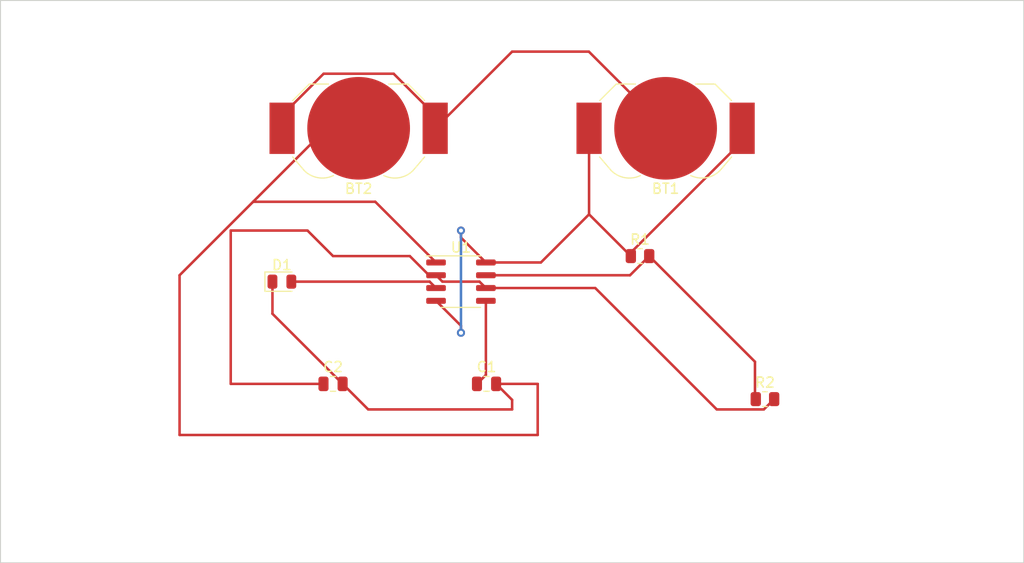
<source format=kicad_pcb>
(kicad_pcb (version 20211014) (generator pcbnew)
  (layers (0 "F.Cu" signal) (31 "B.Cu" signal) (34 "B.Paste" user) (35 "F.Paste" user) (36 "B.SilkS" user "B.Silkscreen") (37 "F.SilkS" user "F.Silkscreen") (38 "B.Mask" user) (39 "F.Mask" user) (44 "Edge.Cuts" user))
  (net 0 "")
  (net 1 "VCC")
  (net 2 "Net-(BT1-Pad2)")
  (net 3 "GND")
  (net 4 "Net-(C1-Pad1)")
  (net 5 "Net-(C2-Pad1)")
  (net 6 "Net-(D1-Pad2)")
  (net 7 "Net-(R1-Pad2)")
  (footprint "Capacitor_SMD:C_0805_2012Metric" (layer "F.Cu") (at 104.14 88.9)
    (fp_text reference "C2" (at 0 -1.68) (layer "F.SilkS"))
    (fp_text value "10 uF")
    (fp_line (start -0.261252 -0.735) (end 0.261252 -0.735) (layer "F.SilkS") (width 0.12))
    (fp_line (start -0.261252 0.735) (end 0.261252 0.735) (layer "F.SilkS") (width 0.12))
    (pad "1" smd roundrect (at -0.95 0) (size 1 1.45) (layers "F.Cu" "F.Paste" "F.Mask") (net 5 "Net-(C2-Pad1)"))
    (pad "2" smd roundrect (at 0.95 0) (size 1 1.45) (layers "F.Cu" "F.Paste" "F.Mask") (net 3 "GND"))
  )
  (footprint "Battery:BatteryHolder_LINX_BAT-HLD-012-SMT" (layer "F.Cu") (at 137.16 63.5)
    (fp_text reference "BT1" (at 0 6) (layer "F.SilkS"))
    (fp_text value "3V")
    (fp_line (start 4.9 -4.4) (end 6.55 -2.75) (layer "F.SilkS") (width 0.12))
    (fp_line (start -6.55 -2.75) (end -4.9 -4.4) (layer "F.SilkS") (width 0.12))
    (fp_line (start 4.9 -4.4) (end 3 -4.4) (layer "F.SilkS") (width 0.12))
    (fp_line (start -6.55 2.85) (end -5.4 4.2) (layer "F.SilkS") (width 0.12))
    (fp_line (start 6.55 2.85) (end 5.4 4.2) (layer "F.SilkS") (width 0.12))
    (fp_line (start -4.9 -4.4) (end -3 -4.4) (layer "F.SilkS") (width 0.12))
    (fp_arc (start 5.4 4.2) (mid 4.029781 4.909041) (end 2.501694 4.696459) (layer "F.SilkS") (width 0.12))
    (fp_arc (start -2.504098 4.697607) (mid -4.031094 4.908816) (end -5.4 4.2) (layer "F.SilkS") (width 0.12))
    (pad "1" smd rect (at -7.6 0) (size 2.5 5.1) (layers "F.Cu" "F.Paste" "F.Mask") (net 1 "VCC"))
    (pad "1" smd rect (at 7.6 0) (size 2.5 5.1) (layers "F.Cu" "F.Paste" "F.Mask") (net 1 "VCC"))
    (pad "2" smd circle (at 0 0) (size 10.2 10.2) (layers "F.Cu" "F.Mask") (net 2 "Net-(BT1-Pad2)"))
  )
  (footprint "Resistor_SMD:R_0805_2012Metric" (layer "F.Cu") (at 134.62 76.2)
    (fp_text reference "R1" (at 0 -1.65) (layer "F.SilkS"))
    (fp_text value "5k")
    (fp_line (start -0.227064 -0.735) (end 0.227064 -0.735) (layer "F.SilkS") (width 0.12))
    (fp_line (start -0.227064 0.735) (end 0.227064 0.735) (layer "F.SilkS") (width 0.12))
    (pad "1" smd roundrect (at -0.9125 0) (size 1.025 1.4) (layers "F.Cu" "F.Paste" "F.Mask") (roundrect_rratio 0.243902439) (net 1 "VCC"))
    (pad "2" smd roundrect (at 0.9125 0) (size 1.025 1.4) (layers "F.Cu" "F.Paste" "F.Mask") (roundrect_rratio 0.243902439) (net 7 "Net-(R1-Pad2)"))
  )
  (footprint "Battery:BatteryHolder_LINX_BAT-HLD-012-SMT" (layer "F.Cu") (at 106.68 63.5)
    (fp_text reference "BT2" (at 0 6) (layer "F.SilkS"))
    (fp_text value "3V")
    (fp_line (start 6.55 2.85) (end 5.4 4.2) (layer "F.SilkS") (width 0.12))
    (fp_line (start 4.9 -4.4) (end 3 -4.4) (layer "F.SilkS") (width 0.12))
    (fp_line (start -6.55 2.85) (end -5.4 4.2) (layer "F.SilkS") (width 0.12))
    (fp_line (start -6.55 -2.75) (end -4.9 -4.4) (layer "F.SilkS") (width 0.12))
    (fp_line (start 4.9 -4.4) (end 6.55 -2.75) (layer "F.SilkS") (width 0.12))
    (fp_line (start -4.9 -4.4) (end -3 -4.4) (layer "F.SilkS") (width 0.12))
    (fp_arc (start -2.504098 4.697607) (mid -4.031094 4.908816) (end -5.4 4.2) (layer "F.SilkS") (width 0.12))
    (fp_arc (start 5.4 4.2) (mid 4.029781 4.909041) (end 2.501694 4.696459) (layer "F.SilkS") (width 0.12))
    (pad "1" smd rect (at -7.6 0) (size 2.5 5.1) (layers "F.Cu" "F.Paste" "F.Mask") (net 2 "Net-(BT1-Pad2)"))
    (pad "1" smd rect (at 7.6 0) (size 2.5 5.1) (layers "F.Cu" "F.Paste" "F.Mask") (net 2 "Net-(BT1-Pad2)"))
    (pad "2" smd circle (at 0 0) (size 10.2 10.2) (layers "F.Cu" "F.Mask") (net 3 "GND"))
  )
  (footprint "Capacitor_SMD:C_0805_2012Metric" (layer "F.Cu") (at 119.38 88.9)
    (fp_text reference "C1" (at 0 -1.68) (layer "F.SilkS"))
    (fp_text value "0.01 uF")
    (fp_line (start -0.261252 -0.735) (end 0.261252 -0.735) (layer "F.SilkS") (width 0.12))
    (fp_line (start -0.261252 0.735) (end 0.261252 0.735) (layer "F.SilkS") (width 0.12))
    (pad "1" smd roundrect (at -0.95 0) (size 1 1.45) (layers "F.Cu" "F.Paste" "F.Mask") (net 4 "Net-(C1-Pad1)"))
    (pad "2" smd roundrect (at 0.95 0) (size 1 1.45) (layers "F.Cu" "F.Paste" "F.Mask") (net 3 "GND"))
  )
  (footprint "Package_SO:SOIC-8_3.9x4.9mm_P1.27mm" (layer "F.Cu") (at 116.84 78.74)
    (fp_text reference "U1" (at 0 -3.4) (layer "F.SilkS"))
    (fp_text value "LM555xM")
    (fp_line (start 0 2.56) (end 1.95 2.56) (layer "F.SilkS") (width 0.12))
    (fp_line (start 0 -2.56) (end 1.95 -2.56) (layer "F.SilkS") (width 0.12))
    (fp_line (start 0 2.56) (end -1.95 2.56) (layer "F.SilkS") (width 0.12))
    (fp_line (start 0 -2.56) (end -3.45 -2.56) (layer "F.SilkS") (width 0.12))
    (pad "1" smd roundrect (at -2.475 -1.905) (size 1.95 0.6) (layers "F.Cu" "F.Paste" "F.Mask") (net 3 "GND"))
    (pad "2" smd roundrect (at -2.475 -0.635) (size 1.95 0.6) (layers "F.Cu" "F.Paste" "F.Mask") (net 5 "Net-(C2-Pad1)"))
    (pad "3" smd roundrect (at -2.475 0.635) (size 1.95 0.6) (layers "F.Cu" "F.Paste" "F.Mask") (net 6 "Net-(D1-Pad2)"))
    (pad "4" smd roundrect (at -2.475 1.905) (size 1.95 0.6) (layers "F.Cu" "F.Paste" "F.Mask") (net 1 "VCC"))
    (pad "5" smd roundrect (at 2.475 1.905) (size 1.95 0.6) (layers "F.Cu" "F.Paste" "F.Mask") (net 4 "Net-(C1-Pad1)"))
    (pad "6" smd roundrect (at 2.475 0.635) (size 1.95 0.6) (layers "F.Cu" "F.Paste" "F.Mask") (net 5 "Net-(C2-Pad1)"))
    (pad "7" smd roundrect (at 2.475 -0.635) (size 1.95 0.6) (layers "F.Cu" "F.Paste" "F.Mask") (net 7 "Net-(R1-Pad2)"))
    (pad "8" smd roundrect (at 2.475 -1.905) (size 1.95 0.6) (layers "F.Cu" "F.Paste" "F.Mask") (net 1 "VCC"))
  )
  (footprint "Resistor_SMD:R_0805_2012Metric" (layer "F.Cu") (at 147.025714 90.41548)
    (fp_text reference "R2" (at 0 -1.65) (layer "F.SilkS"))
    (fp_text value "10k")
    (fp_line (start -0.227064 -0.735) (end 0.227064 -0.735) (layer "F.SilkS") (width 0.12))
    (fp_line (start -0.227064 0.735) (end 0.227064 0.735) (layer "F.SilkS") (width 0.12))
    (pad "1" smd roundrect (at -0.9125 0) (size 1.025 1.4) (layers "F.Cu" "F.Paste" "F.Mask") (roundrect_rratio 0.243902439) (net 7 "Net-(R1-Pad2)"))
    (pad "2" smd roundrect (at 0.9125 0) (size 1.025 1.4) (layers "F.Cu" "F.Paste" "F.Mask") (roundrect_rratio 0.243902439) (net 5 "Net-(C2-Pad1)"))
  )
  (footprint "LED_SMD:LED_0805_2012Metric" (layer "F.Cu") (at 99.06 78.74)
    (fp_text reference "D1" (at 0 -1.65) (layer "F.SilkS"))
    (fp_text value "LED")
    (fp_line (start 1 -0.96) (end -1.685 -0.96) (layer "F.SilkS") (width 0.12))
    (fp_line (start -1.685 0.96) (end 1 0.96) (layer "F.SilkS") (width 0.12))
    (fp_line (start -1.685 -0.96) (end -1.685 0.96) (layer "F.SilkS") (width 0.12))
    (pad "1" smd roundrect (at -0.9375 0) (size 0.975 1.4) (layers "F.Cu" "F.Paste" "F.Mask") (net 3 "GND"))
    (pad "2" smd roundrect (at 0.9375 0) (size 0.975 1.4) (layers "F.Cu" "F.Paste" "F.Mask") (net 6 "Net-(D1-Pad2)"))
  )
  (gr_poly (pts (xy 172.72 106.68) (xy 71.12 106.68) (xy 71.12 50.8) (xy 172.72 50.8)) (layer "Edge.Cuts") (width 0.1) (fill none))
  (segment (start 144.76 63.5) (end 144.76 64.8) (width 0.25) (layer "F.Cu") (net 1))
  (segment (start 129.56 72.0525) (end 133.7075 76.2) (width 0.25) (layer "F.Cu") (net 1))
  (segment (start 133.7075 75.8525) (end 133.7075 76.2) (width 0.25) (layer "F.Cu") (net 1))
  (segment (start 116.84 74.36) (end 116.84 73.66) (width 0.25) (layer "F.Cu") (net 1))
  (segment (start 124.7775 76.835) (end 129.56 72.0525) (width 0.25) (layer "F.Cu") (net 1))
  (segment (start 119.315 76.835) (end 124.7775 76.835) (width 0.25) (layer "F.Cu") (net 1))
  (segment (start 116.84 83.82) (end 116.84 83.12) (width 0.25) (layer "F.Cu") (net 1))
  (segment (start 119.315 76.835) (end 116.84 74.36) (width 0.25) (layer "F.Cu") (net 1))
  (segment (start 116.84 83.12) (end 114.365 80.645) (width 0.25) (layer "F.Cu") (net 1))
  (segment (start 144.76 64.8) (end 133.7075 75.8525) (width 0.25) (layer "F.Cu") (net 1))
  (segment (start 115.128928 80.645) (end 114.365 80.645) (width 0.25) (layer "F.Cu") (net 1))
  (segment (start 129.56 63.5) (end 129.56 72.0525) (width 0.25) (layer "F.Cu") (net 1))
  (via (at 116.84 83.82) (size 0.8) (drill 0.4) (layers "F.Cu" "B.Cu") (net 1))
  (via (at 116.84 83.82) (size 0.8) (drill 0.4) (layers "F.Cu" "B.Cu") (net 1))
  (via (at 116.84 73.66) (size 0.8) (drill 0.4) (layers "F.Cu" "B.Cu") (net 1))
  (segment (start 116.84 73.66) (end 116.84 83.82) (width 0.25) (layer "B.Cu") (net 1))
  (segment (start 114.3 63.5) (end 121.92 55.88) (width 0.25) (layer "F.Cu") (net 2))
  (segment (start 103.204511 58.075489) (end 110.155489 58.075489) (width 0.25) (layer "F.Cu") (net 2))
  (segment (start 99.08 63.5) (end 99.08 62.2) (width 0.25) (layer "F.Cu") (net 2))
  (segment (start 121.92 55.88) (end 129.54 55.88) (width 0.25) (layer "F.Cu") (net 2))
  (segment (start 99.08 62.2) (end 103.204511 58.075489) (width 0.25) (layer "F.Cu") (net 2))
  (segment (start 114.28 62.2) (end 114.28 63.5) (width 0.25) (layer "F.Cu") (net 2))
  (segment (start 110.155489 58.075489) (end 114.28 62.2) (width 0.25) (layer "F.Cu") (net 2))
  (segment (start 114.28 63.5) (end 114.3 63.5) (width 0.25) (layer "F.Cu") (net 2))
  (segment (start 129.54 55.88) (end 137.16 63.5) (width 0.25) (layer "F.Cu") (net 2))
  (segment (start 88.9 93.98) (end 88.9 78.104283) (width 0.25) (layer "F.Cu") (net 3))
  (segment (start 120.33 88.9) (end 121.92 90.49) (width 0.25) (layer "F.Cu") (net 3))
  (segment (start 105.09 88.9) (end 98.1225 81.9325) (width 0.25) (layer "F.Cu") (net 3))
  (segment (start 96.202141 70.802141) (end 103.504283 63.5) (width 0.25) (layer "F.Cu") (net 3))
  (segment (start 103.504283 63.5) (end 106.68 63.5) (width 0.25) (layer "F.Cu") (net 3))
  (segment (start 114.365 76.835) (end 108.332141 70.802141) (width 0.25) (layer "F.Cu") (net 3))
  (segment (start 120.33 88.9) (end 124.46 88.9) (width 0.25) (layer "F.Cu") (net 3))
  (segment (start 121.92 90.49) (end 121.92 91.44) (width 0.25) (layer "F.Cu") (net 3))
  (segment (start 88.9 78.104283) (end 96.202141 70.802141) (width 0.25) (layer "F.Cu") (net 3))
  (segment (start 98.1225 81.9325) (end 98.1225 78.74) (width 0.25) (layer "F.Cu") (net 3))
  (segment (start 124.46 93.98) (end 88.9 93.98) (width 0.25) (layer "F.Cu") (net 3))
  (segment (start 108.332141 70.802141) (end 96.202141 70.802141) (width 0.25) (layer "F.Cu") (net 3))
  (segment (start 107.63 91.44) (end 105.09 88.9) (width 0.25) (layer "F.Cu") (net 3))
  (segment (start 124.46 88.9) (end 124.46 93.98) (width 0.25) (layer "F.Cu") (net 3))
  (segment (start 121.92 91.44) (end 107.63 91.44) (width 0.25) (layer "F.Cu") (net 3))
  (segment (start 118.43 88.9) (end 119.315 88.015) (width 0.25) (layer "F.Cu") (net 4))
  (segment (start 119.315 88.015) (end 119.315 80.645) (width 0.25) (layer "F.Cu") (net 4))
  (segment (start 146.913694 91.44) (end 147.938214 90.41548) (width 0.25) (layer "F.Cu") (net 5))
  (segment (start 111.76 76.2) (end 104.14 76.2) (width 0.25) (layer "F.Cu") (net 5))
  (segment (start 113.665 78.105) (end 111.76 76.2) (width 0.25) (layer "F.Cu") (net 5))
  (segment (start 119.315 79.375) (end 130.175 79.375) (width 0.25) (layer "F.Cu") (net 5))
  (segment (start 130.175 79.375) (end 142.24 91.44) (width 0.25) (layer "F.Cu") (net 5))
  (segment (start 101.6 73.66) (end 93.98 73.66) (width 0.25) (layer "F.Cu") (net 5))
  (segment (start 93.98 73.66) (end 93.98 88.9) (width 0.25) (layer "F.Cu") (net 5))
  (segment (start 119.315 79.375) (end 118.68 78.74) (width 0.25) (layer "F.Cu") (net 5))
  (segment (start 142.24 91.44) (end 146.913694 91.44) (width 0.25) (layer "F.Cu") (net 5))
  (segment (start 93.98 88.9) (end 103.19 88.9) (width 0.25) (layer "F.Cu") (net 5))
  (segment (start 118.68 78.74) (end 115 78.74) (width 0.25) (layer "F.Cu") (net 5))
  (segment (start 114.365 78.105) (end 113.665 78.105) (width 0.25) (layer "F.Cu") (net 5))
  (segment (start 104.14 76.2) (end 101.6 73.66) (width 0.25) (layer "F.Cu") (net 5))
  (segment (start 115 78.74) (end 114.365 78.105) (width 0.25) (layer "F.Cu") (net 5))
  (segment (start 99.9975 78.74) (end 113.73 78.74) (width 0.25) (layer "F.Cu") (net 6))
  (segment (start 113.73 78.74) (end 114.365 79.375) (width 0.25) (layer "F.Cu") (net 6))
  (segment (start 146.033214 90.33548) (end 146.033214 86.700714) (width 0.25) (layer "F.Cu") (net 7))
  (segment (start 146.113214 90.41548) (end 146.033214 90.33548) (width 0.25) (layer "F.Cu") (net 7))
  (segment (start 146.033214 86.700714) (end 135.5325 76.2) (width 0.25) (layer "F.Cu") (net 7))
  (segment (start 133.6275 78.105) (end 135.5325 76.2) (width 0.25) (layer "F.Cu") (net 7))
  (segment (start 119.315 78.105) (end 133.6275 78.105) (width 0.25) (layer "F.Cu") (net 7))
)
</source>
